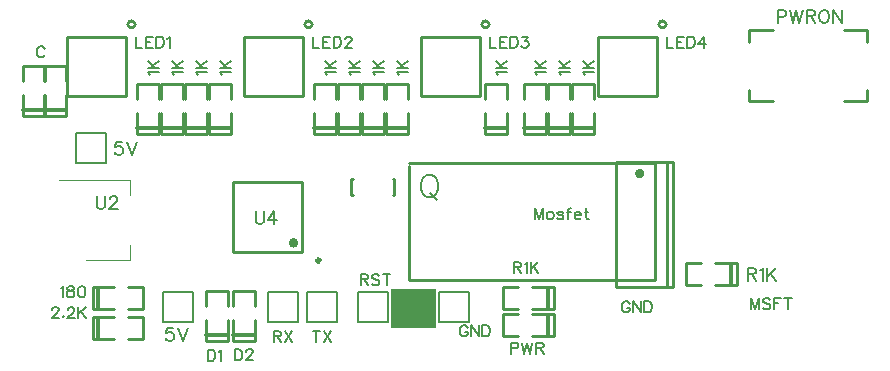
<source format=gto>
G04 ---------------------------- Layer name :TOP SILK LAYER*
G04 EasyEDA v5.5.11, Mon, 04 Jun 2018 22:37:14 GMT*
G04 4e3370736bcd402486d42fd13c25843b*
G04 Gerber Generator version 0.2*
G04 Scale: 100 percent, Rotated: No, Reflected: No *
G04 Dimensions in millimeters *
G04 leading zeros omitted , absolute positions ,3 integer and 3 decimal *
%FSLAX33Y33*%
%MOMM*%
G90*
G71D02*

%ADD10C,0.254000*%
%ADD11C,0.399999*%
%ADD14C,0.177800*%
%ADD15C,0.203200*%
%ADD16C,0.178003*%
%ADD35C,0.299999*%
%ADD37C,0.119990*%
%ADD38C,0.249999*%
%ADD39C,0.330200*%
%ADD40C,0.202999*%

%LPD*%
G54D10*
G01X37338Y19304D02*
G01X58166Y19304D01*
G01X58166Y9398D01*
G01X37338Y9398D01*
G01X37338Y19050D01*
G54D37*
G01X9984Y11066D02*
G01X13746Y11066D01*
G01X13746Y12329D01*
G01X7736Y17889D02*
G01X13746Y17889D01*
G01X13746Y16626D01*
G54D10*
G01X35991Y17932D02*
G01X36093Y17932D01*
G01X36093Y16611D01*
G01X35991Y16611D01*
G01X32588Y16611D02*
G01X32435Y16611D01*
G01X32435Y17932D01*
G01X32588Y17932D01*
G01X68171Y24521D02*
G01X66169Y24521D01*
G01X66169Y25521D01*
G01X74170Y30520D02*
G01X76169Y30520D01*
G01X76169Y29519D01*
G01X66169Y29519D02*
G01X66169Y30520D01*
G01X68171Y30520D01*
G01X76169Y25521D02*
G01X76169Y24521D01*
G01X74170Y24521D01*
G54D38*
G01X58379Y29931D02*
G01X58379Y24932D01*
G01X58379Y24932D02*
G01X53380Y24932D01*
G01X53380Y29931D02*
G01X53380Y24932D01*
G01X58379Y29933D02*
G01X53380Y29933D01*
G01X43395Y29931D02*
G01X43395Y24932D01*
G01X43395Y24932D02*
G01X38394Y24932D01*
G01X38394Y29931D02*
G01X38394Y24932D01*
G01X43395Y29933D02*
G01X38394Y29933D01*
G01X28407Y29931D02*
G01X28407Y24932D01*
G01X28407Y24932D02*
G01X23408Y24932D01*
G01X23408Y29931D02*
G01X23408Y24932D01*
G01X28407Y29933D02*
G01X23408Y29933D01*
G01X13423Y29931D02*
G01X13423Y24932D01*
G01X13423Y24932D02*
G01X8422Y24932D01*
G01X8422Y29931D02*
G01X8422Y24932D01*
G01X13423Y29933D02*
G01X8422Y29933D01*
G54D39*
G01X64637Y10779D02*
G01X64637Y9032D01*
G54D10*
G01X63312Y10833D02*
G01X65112Y10833D01*
G01X65112Y8978D01*
G01X62113Y10833D02*
G01X60838Y10833D01*
G01X60838Y8978D01*
G01X60838Y8978D02*
G01X62113Y8978D01*
G01X63312Y8978D02*
G01X65112Y8978D01*
G54D39*
G01X11054Y7000D02*
G01X11054Y8747D01*
G54D10*
G01X12379Y6946D02*
G01X10579Y6946D01*
G01X10579Y8801D01*
G01X13578Y6946D02*
G01X14853Y6946D01*
G01X14853Y8801D01*
G01X14853Y8801D02*
G01X13578Y8801D01*
G01X12379Y8801D02*
G01X10579Y8801D01*
G54D39*
G01X11054Y4460D02*
G01X11054Y6207D01*
G54D10*
G01X12379Y4406D02*
G01X10579Y4406D01*
G01X10579Y6261D01*
G01X13578Y4406D02*
G01X14853Y4406D01*
G01X14853Y6261D01*
G01X14853Y6261D02*
G01X13578Y6261D01*
G01X12379Y6261D02*
G01X10579Y6261D01*
G01X59695Y19397D02*
G01X59695Y8796D01*
G01X54897Y8796D01*
G01X54897Y19397D01*
G01X59695Y19397D01*
G01X59197Y8796D02*
G01X59197Y19397D01*
G01X22451Y11783D02*
G01X28348Y11783D01*
G01X28348Y17680D01*
G01X22451Y17680D01*
G01X22451Y11783D01*
G54D15*
G01X27940Y5842D02*
G01X25400Y5842D01*
G01X25400Y8382D01*
G01X27940Y8382D01*
G01X27940Y6477D01*
G54D40*
G01X27940Y5842D02*
G01X27940Y6477D01*
G54D15*
G01X31242Y5842D02*
G01X28702Y5842D01*
G01X28702Y8382D01*
G01X31242Y8382D01*
G01X31242Y6477D01*
G54D40*
G01X31242Y5842D02*
G01X31242Y6477D01*
G54D15*
G01X35560Y5842D02*
G01X33020Y5842D01*
G01X33020Y8382D01*
G01X35560Y8382D01*
G01X35560Y6477D01*
G54D40*
G01X35560Y5842D02*
G01X35560Y6477D01*
G54D15*
G01X42418Y5842D02*
G01X39878Y5842D01*
G01X39878Y8382D01*
G01X42418Y8382D01*
G01X42418Y6477D01*
G54D40*
G01X42418Y5842D02*
G01X42418Y6477D01*
G54D15*
G01X19050Y5842D02*
G01X16510Y5842D01*
G01X16510Y8382D01*
G01X19050Y8382D01*
G01X19050Y6477D01*
G54D40*
G01X19050Y5842D02*
G01X19050Y6477D01*
G54D39*
G01X16113Y22230D02*
G01X14366Y22230D01*
G54D10*
G01X16167Y23555D02*
G01X16167Y21755D01*
G01X14312Y21755D01*
G01X16167Y24754D02*
G01X16167Y26029D01*
G01X14312Y26029D01*
G01X14312Y26029D02*
G01X14312Y24754D01*
G01X14312Y23555D02*
G01X14312Y21755D01*
G54D39*
G01X18145Y22230D02*
G01X16398Y22230D01*
G54D10*
G01X18199Y23555D02*
G01X18199Y21755D01*
G01X16344Y21755D01*
G01X18199Y24754D02*
G01X18199Y26029D01*
G01X16344Y26029D01*
G01X16344Y26029D02*
G01X16344Y24754D01*
G01X16344Y23555D02*
G01X16344Y21755D01*
G54D39*
G01X20177Y22230D02*
G01X18430Y22230D01*
G54D10*
G01X20231Y23555D02*
G01X20231Y21755D01*
G01X18376Y21755D01*
G01X20231Y24754D02*
G01X20231Y26029D01*
G01X18376Y26029D01*
G01X18376Y26029D02*
G01X18376Y24754D01*
G01X18376Y23555D02*
G01X18376Y21755D01*
G54D39*
G01X22209Y22230D02*
G01X20462Y22230D01*
G54D10*
G01X22263Y23555D02*
G01X22263Y21755D01*
G01X20408Y21755D01*
G01X22263Y24754D02*
G01X22263Y26029D01*
G01X20408Y26029D01*
G01X20408Y26029D02*
G01X20408Y24754D01*
G01X20408Y23555D02*
G01X20408Y21755D01*
G54D39*
G01X49143Y6461D02*
G01X49143Y4714D01*
G54D10*
G01X47818Y6515D02*
G01X49618Y6515D01*
G01X49618Y4660D01*
G01X46619Y6515D02*
G01X45344Y6515D01*
G01X45344Y4660D01*
G01X45344Y4660D02*
G01X46619Y4660D01*
G01X47818Y4660D02*
G01X49618Y4660D01*
G54D39*
G01X49143Y8747D02*
G01X49143Y7000D01*
G54D10*
G01X47818Y8801D02*
G01X49618Y8801D01*
G01X49618Y6946D01*
G01X46619Y8801D02*
G01X45344Y8801D01*
G01X45344Y6946D01*
G01X45344Y6946D02*
G01X46619Y6946D01*
G01X47818Y6946D02*
G01X49618Y6946D01*
G54D39*
G01X31099Y22230D02*
G01X29352Y22230D01*
G54D10*
G01X31153Y23555D02*
G01X31153Y21755D01*
G01X29298Y21755D01*
G01X31153Y24754D02*
G01X31153Y26029D01*
G01X29298Y26029D01*
G01X29298Y26029D02*
G01X29298Y24754D01*
G01X29298Y23555D02*
G01X29298Y21755D01*
G54D39*
G01X33131Y22230D02*
G01X31384Y22230D01*
G54D10*
G01X33185Y23555D02*
G01X33185Y21755D01*
G01X31330Y21755D01*
G01X33185Y24754D02*
G01X33185Y26029D01*
G01X31330Y26029D01*
G01X31330Y26029D02*
G01X31330Y24754D01*
G01X31330Y23555D02*
G01X31330Y21755D01*
G54D39*
G01X35163Y22230D02*
G01X33416Y22230D01*
G54D10*
G01X35217Y23555D02*
G01X35217Y21755D01*
G01X33362Y21755D01*
G01X35217Y24754D02*
G01X35217Y26029D01*
G01X33362Y26029D01*
G01X33362Y26029D02*
G01X33362Y24754D01*
G01X33362Y23555D02*
G01X33362Y21755D01*
G54D39*
G01X37195Y22230D02*
G01X35448Y22230D01*
G54D10*
G01X37249Y23555D02*
G01X37249Y21755D01*
G01X35394Y21755D01*
G01X37249Y24754D02*
G01X37249Y26029D01*
G01X35394Y26029D01*
G01X35394Y26029D02*
G01X35394Y24754D01*
G01X35394Y23555D02*
G01X35394Y21755D01*
G54D39*
G01X45577Y22230D02*
G01X43830Y22230D01*
G54D10*
G01X45631Y23555D02*
G01X45631Y21755D01*
G01X43776Y21755D01*
G01X45631Y24754D02*
G01X45631Y26029D01*
G01X43776Y26029D01*
G01X43776Y26029D02*
G01X43776Y24754D01*
G01X43776Y23555D02*
G01X43776Y21755D01*
G54D39*
G01X48879Y22230D02*
G01X47132Y22230D01*
G54D10*
G01X48933Y23555D02*
G01X48933Y21755D01*
G01X47078Y21755D01*
G01X48933Y24754D02*
G01X48933Y26029D01*
G01X47078Y26029D01*
G01X47078Y26029D02*
G01X47078Y24754D01*
G01X47078Y23555D02*
G01X47078Y21755D01*
G54D39*
G01X50911Y22230D02*
G01X49164Y22230D01*
G54D10*
G01X50965Y23555D02*
G01X50965Y21755D01*
G01X49110Y21755D01*
G01X50965Y24754D02*
G01X50965Y26029D01*
G01X49110Y26029D01*
G01X49110Y26029D02*
G01X49110Y24754D01*
G01X49110Y23555D02*
G01X49110Y21755D01*
G54D39*
G01X52943Y22230D02*
G01X51196Y22230D01*
G54D10*
G01X52997Y23555D02*
G01X52997Y21755D01*
G01X51142Y21755D01*
G01X52997Y24754D02*
G01X52997Y26029D01*
G01X51142Y26029D01*
G01X51142Y26029D02*
G01X51142Y24754D01*
G01X51142Y23555D02*
G01X51142Y21755D01*
G54D39*
G01X6461Y23754D02*
G01X4714Y23754D01*
G54D10*
G01X6515Y25079D02*
G01X6515Y23279D01*
G01X4660Y23279D01*
G01X6515Y26278D02*
G01X6515Y27553D01*
G01X4660Y27553D01*
G01X4660Y27553D02*
G01X4660Y26278D01*
G01X4660Y25079D02*
G01X4660Y23279D01*
G54D39*
G01X8239Y23751D02*
G01X6492Y23751D01*
G54D10*
G01X8293Y25077D02*
G01X8293Y23276D01*
G01X6438Y23276D01*
G01X8293Y26276D02*
G01X8293Y27551D01*
G01X6438Y27551D01*
G01X6438Y27551D02*
G01X6438Y26276D01*
G01X6438Y25077D02*
G01X6438Y23276D01*
G54D39*
G01X24244Y4701D02*
G01X22496Y4701D01*
G54D10*
G01X24297Y6027D02*
G01X24297Y4226D01*
G01X22443Y4226D01*
G01X24297Y7226D02*
G01X24297Y8501D01*
G01X22443Y8501D01*
G01X22443Y8501D02*
G01X22443Y7226D01*
G01X22443Y6027D02*
G01X22443Y4226D01*
G54D39*
G01X21955Y4701D02*
G01X20208Y4701D01*
G54D10*
G01X22009Y6027D02*
G01X22009Y4226D01*
G01X20154Y4226D01*
G01X22009Y7226D02*
G01X22009Y8501D01*
G01X20154Y8501D01*
G01X20154Y8501D02*
G01X20154Y7226D01*
G01X20154Y6027D02*
G01X20154Y4226D01*
G54D15*
G01X11684Y19304D02*
G01X9144Y19304D01*
G01X9144Y21844D01*
G01X11684Y21844D01*
G01X11684Y19939D01*
G54D40*
G01X11684Y19304D02*
G01X11684Y19939D01*
G54D14*
G01X13068Y21082D02*
G01X12550Y21082D01*
G01X12496Y20614D01*
G01X12550Y20667D01*
G01X12705Y20718D01*
G01X12862Y20718D01*
G01X13017Y20667D01*
G01X13121Y20563D01*
G01X13172Y20408D01*
G01X13172Y20304D01*
G01X13121Y20147D01*
G01X13017Y20043D01*
G01X12862Y19992D01*
G01X12705Y19992D01*
G01X12550Y20043D01*
G01X12496Y20096D01*
G01X12446Y20200D01*
G01X13515Y21082D02*
G01X13931Y19992D01*
G01X14348Y21082D02*
G01X13931Y19992D01*
G54D16*
G01X56052Y7391D02*
G01X56009Y7482D01*
G01X55918Y7574D01*
G01X55826Y7620D01*
G01X55643Y7620D01*
G01X55554Y7574D01*
G01X55463Y7482D01*
G01X55417Y7391D01*
G01X55372Y7256D01*
G01X55372Y7028D01*
G01X55417Y6891D01*
G01X55463Y6802D01*
G01X55554Y6710D01*
G01X55643Y6664D01*
G01X55826Y6664D01*
G01X55918Y6710D01*
G01X56009Y6802D01*
G01X56052Y6891D01*
G01X56052Y7028D01*
G01X55826Y7028D02*
G01X56052Y7028D01*
G01X56354Y7620D02*
G01X56354Y6664D01*
G01X56354Y7620D02*
G01X56989Y6664D01*
G01X56989Y7620D02*
G01X56989Y6664D01*
G01X57289Y7620D02*
G01X57289Y6664D01*
G01X57289Y7620D02*
G01X57607Y7620D01*
G01X57744Y7574D01*
G01X57835Y7482D01*
G01X57881Y7391D01*
G01X57927Y7256D01*
G01X57927Y7028D01*
G01X57881Y6891D01*
G01X57835Y6802D01*
G01X57744Y6710D01*
G01X57607Y6664D01*
G01X57289Y6664D01*
G01X66294Y7874D02*
G01X66294Y6918D01*
G01X66294Y7874D02*
G01X66657Y6918D01*
G01X67020Y7874D02*
G01X66657Y6918D01*
G01X67020Y7874D02*
G01X67020Y6918D01*
G01X67957Y7736D02*
G01X67866Y7828D01*
G01X67729Y7874D01*
G01X67548Y7874D01*
G01X67411Y7828D01*
G01X67320Y7736D01*
G01X67320Y7645D01*
G01X67365Y7553D01*
G01X67411Y7510D01*
G01X67503Y7465D01*
G01X67774Y7373D01*
G01X67866Y7327D01*
G01X67911Y7282D01*
G01X67957Y7190D01*
G01X67957Y7056D01*
G01X67866Y6964D01*
G01X67729Y6918D01*
G01X67548Y6918D01*
G01X67411Y6964D01*
G01X67320Y7056D01*
G01X68257Y7874D02*
G01X68257Y6918D01*
G01X68257Y7874D02*
G01X68849Y7874D01*
G01X68257Y7419D02*
G01X68620Y7419D01*
G01X69466Y7874D02*
G01X69466Y6918D01*
G01X69148Y7874D02*
G01X69783Y7874D01*
G54D14*
G01X68580Y32257D02*
G01X68580Y31168D01*
G01X68580Y32257D02*
G01X69047Y32257D01*
G01X69202Y32207D01*
G01X69255Y32156D01*
G01X69306Y32052D01*
G01X69306Y31894D01*
G01X69255Y31790D01*
G01X69202Y31739D01*
G01X69047Y31686D01*
G01X68580Y31686D01*
G01X69649Y32257D02*
G01X69910Y31168D01*
G01X70170Y32257D02*
G01X69910Y31168D01*
G01X70170Y32257D02*
G01X70429Y31168D01*
G01X70688Y32257D02*
G01X70429Y31168D01*
G01X71031Y32257D02*
G01X71031Y31168D01*
G01X71031Y32257D02*
G01X71501Y32257D01*
G01X71655Y32207D01*
G01X71706Y32156D01*
G01X71760Y32052D01*
G01X71760Y31948D01*
G01X71706Y31843D01*
G01X71655Y31790D01*
G01X71501Y31739D01*
G01X71031Y31739D01*
G01X71396Y31739D02*
G01X71760Y31168D01*
G01X72415Y32257D02*
G01X72311Y32207D01*
G01X72207Y32103D01*
G01X72153Y31998D01*
G01X72102Y31843D01*
G01X72102Y31584D01*
G01X72153Y31427D01*
G01X72207Y31323D01*
G01X72311Y31219D01*
G01X72415Y31168D01*
G01X72621Y31168D01*
G01X72725Y31219D01*
G01X72829Y31323D01*
G01X72882Y31427D01*
G01X72933Y31584D01*
G01X72933Y31843D01*
G01X72882Y31998D01*
G01X72829Y32103D01*
G01X72725Y32207D01*
G01X72621Y32257D01*
G01X72415Y32257D01*
G01X73276Y32257D02*
G01X73276Y31168D01*
G01X73276Y32257D02*
G01X74002Y31168D01*
G01X74002Y32257D02*
G01X74002Y31168D01*
G01X10922Y16510D02*
G01X10922Y15732D01*
G01X10972Y15575D01*
G01X11076Y15471D01*
G01X11234Y15420D01*
G01X11338Y15420D01*
G01X11493Y15471D01*
G01X11597Y15575D01*
G01X11648Y15732D01*
G01X11648Y16510D01*
G01X12044Y16250D02*
G01X12044Y16304D01*
G01X12095Y16408D01*
G01X12148Y16459D01*
G01X12252Y16510D01*
G01X12458Y16510D01*
G01X12562Y16459D01*
G01X12616Y16408D01*
G01X12666Y16304D01*
G01X12666Y16200D01*
G01X12616Y16095D01*
G01X12512Y15938D01*
G01X11991Y15420D01*
G01X12720Y15420D01*
G01X38900Y18287D02*
G01X38717Y18199D01*
G01X38536Y18016D01*
G01X38445Y17835D01*
G01X38354Y17561D01*
G01X38354Y17106D01*
G01X38445Y16835D01*
G01X38536Y16652D01*
G01X38717Y16471D01*
G01X38900Y16380D01*
G01X39263Y16380D01*
G01X39443Y16471D01*
G01X39626Y16652D01*
G01X39717Y16835D01*
G01X39809Y17106D01*
G01X39809Y17561D01*
G01X39717Y17835D01*
G01X39626Y18016D01*
G01X39443Y18199D01*
G01X39263Y18287D01*
G01X38900Y18287D01*
G01X39171Y16743D02*
G01X39717Y16197D01*
G01X59182Y30010D02*
G01X59182Y29055D01*
G01X59182Y29055D02*
G01X59728Y29055D01*
G01X60027Y30010D02*
G01X60027Y29055D01*
G01X60027Y30010D02*
G01X60617Y30010D01*
G01X60027Y29555D02*
G01X60391Y29555D01*
G01X60027Y29055D02*
G01X60617Y29055D01*
G01X60919Y30010D02*
G01X60919Y29055D01*
G01X60919Y30010D02*
G01X61236Y30010D01*
G01X61374Y29964D01*
G01X61462Y29872D01*
G01X61508Y29781D01*
G01X61554Y29646D01*
G01X61554Y29418D01*
G01X61508Y29281D01*
G01X61462Y29192D01*
G01X61374Y29100D01*
G01X61236Y29055D01*
G01X60919Y29055D01*
G01X62308Y30010D02*
G01X61854Y29372D01*
G01X62537Y29372D01*
G01X62308Y30010D02*
G01X62308Y29055D01*
G01X44196Y30010D02*
G01X44196Y29055D01*
G01X44196Y29055D02*
G01X44742Y29055D01*
G01X45041Y30010D02*
G01X45041Y29055D01*
G01X45041Y30010D02*
G01X45631Y30010D01*
G01X45041Y29555D02*
G01X45405Y29555D01*
G01X45041Y29055D02*
G01X45631Y29055D01*
G01X45933Y30010D02*
G01X45933Y29055D01*
G01X45933Y30010D02*
G01X46250Y30010D01*
G01X46388Y29964D01*
G01X46476Y29872D01*
G01X46522Y29781D01*
G01X46568Y29646D01*
G01X46568Y29418D01*
G01X46522Y29281D01*
G01X46476Y29192D01*
G01X46388Y29100D01*
G01X46250Y29055D01*
G01X45933Y29055D01*
G01X46959Y30010D02*
G01X47459Y30010D01*
G01X47188Y29646D01*
G01X47322Y29646D01*
G01X47414Y29601D01*
G01X47459Y29555D01*
G01X47505Y29418D01*
G01X47505Y29326D01*
G01X47459Y29192D01*
G01X47368Y29100D01*
G01X47231Y29055D01*
G01X47096Y29055D01*
G01X46959Y29100D01*
G01X46913Y29146D01*
G01X46868Y29237D01*
G01X29237Y30010D02*
G01X29237Y29055D01*
G01X29237Y29055D02*
G01X29784Y29055D01*
G01X30083Y30010D02*
G01X30083Y29055D01*
G01X30083Y30010D02*
G01X30673Y30010D01*
G01X30083Y29555D02*
G01X30446Y29555D01*
G01X30083Y29055D02*
G01X30673Y29055D01*
G01X30975Y30010D02*
G01X30975Y29055D01*
G01X30975Y30010D02*
G01X31292Y30010D01*
G01X31429Y29964D01*
G01X31518Y29872D01*
G01X31564Y29781D01*
G01X31610Y29646D01*
G01X31610Y29418D01*
G01X31564Y29281D01*
G01X31518Y29192D01*
G01X31429Y29100D01*
G01X31292Y29055D01*
G01X30975Y29055D01*
G01X31955Y29781D02*
G01X31955Y29827D01*
G01X32001Y29918D01*
G01X32047Y29964D01*
G01X32138Y30010D01*
G01X32318Y30010D01*
G01X32410Y29964D01*
G01X32456Y29918D01*
G01X32501Y29827D01*
G01X32501Y29735D01*
G01X32456Y29646D01*
G01X32364Y29509D01*
G01X31910Y29055D01*
G01X32547Y29055D01*
G01X14224Y30010D02*
G01X14224Y29055D01*
G01X14224Y29055D02*
G01X14770Y29055D01*
G01X15069Y30010D02*
G01X15069Y29055D01*
G01X15069Y30010D02*
G01X15659Y30010D01*
G01X15069Y29555D02*
G01X15433Y29555D01*
G01X15069Y29055D02*
G01X15659Y29055D01*
G01X15961Y30010D02*
G01X15961Y29055D01*
G01X15961Y30010D02*
G01X16278Y30010D01*
G01X16416Y29964D01*
G01X16504Y29872D01*
G01X16550Y29781D01*
G01X16596Y29646D01*
G01X16596Y29418D01*
G01X16550Y29281D01*
G01X16504Y29192D01*
G01X16416Y29100D01*
G01X16278Y29055D01*
G01X15961Y29055D01*
G01X16896Y29827D02*
G01X16987Y29872D01*
G01X17124Y30010D01*
G01X17124Y29055D01*
G01X66039Y10414D02*
G01X66039Y9324D01*
G01X66039Y10414D02*
G01X66507Y10414D01*
G01X66662Y10363D01*
G01X66715Y10312D01*
G01X66766Y10208D01*
G01X66766Y10104D01*
G01X66715Y10000D01*
G01X66662Y9946D01*
G01X66507Y9895D01*
G01X66039Y9895D01*
G01X66403Y9895D02*
G01X66766Y9324D01*
G01X67109Y10208D02*
G01X67213Y10259D01*
G01X67370Y10414D01*
G01X67370Y9324D01*
G01X67713Y10414D02*
G01X67713Y9324D01*
G01X68440Y10414D02*
G01X67713Y9687D01*
G01X67972Y9946D02*
G01X68440Y9324D01*
G01X7874Y8707D02*
G01X7965Y8752D01*
G01X8100Y8890D01*
G01X8100Y7934D01*
G01X8628Y8890D02*
G01X8491Y8844D01*
G01X8445Y8752D01*
G01X8445Y8661D01*
G01X8491Y8569D01*
G01X8582Y8526D01*
G01X8765Y8481D01*
G01X8900Y8435D01*
G01X8991Y8343D01*
G01X9037Y8252D01*
G01X9037Y8117D01*
G01X8991Y8026D01*
G01X8945Y7980D01*
G01X8811Y7934D01*
G01X8628Y7934D01*
G01X8491Y7980D01*
G01X8445Y8026D01*
G01X8402Y8117D01*
G01X8402Y8252D01*
G01X8445Y8343D01*
G01X8536Y8435D01*
G01X8674Y8481D01*
G01X8856Y8526D01*
G01X8945Y8569D01*
G01X8991Y8661D01*
G01X8991Y8752D01*
G01X8945Y8844D01*
G01X8811Y8890D01*
G01X8628Y8890D01*
G01X9611Y8890D02*
G01X9474Y8844D01*
G01X9382Y8707D01*
G01X9337Y8481D01*
G01X9337Y8343D01*
G01X9382Y8117D01*
G01X9474Y7980D01*
G01X9611Y7934D01*
G01X9700Y7934D01*
G01X9837Y7980D01*
G01X9928Y8117D01*
G01X9974Y8343D01*
G01X9974Y8481D01*
G01X9928Y8707D01*
G01X9837Y8844D01*
G01X9700Y8890D01*
G01X9611Y8890D01*
G01X7157Y6883D02*
G01X7157Y6929D01*
G01X7203Y7020D01*
G01X7249Y7066D01*
G01X7338Y7112D01*
G01X7520Y7112D01*
G01X7612Y7066D01*
G01X7658Y7020D01*
G01X7703Y6929D01*
G01X7703Y6837D01*
G01X7658Y6748D01*
G01X7566Y6611D01*
G01X7112Y6156D01*
G01X7749Y6156D01*
G01X8094Y6383D02*
G01X8049Y6339D01*
G01X8094Y6294D01*
G01X8138Y6339D01*
G01X8094Y6383D01*
G01X8483Y6883D02*
G01X8483Y6929D01*
G01X8529Y7020D01*
G01X8575Y7066D01*
G01X8666Y7112D01*
G01X8849Y7112D01*
G01X8938Y7066D01*
G01X8983Y7020D01*
G01X9029Y6929D01*
G01X9029Y6837D01*
G01X8983Y6748D01*
G01X8895Y6611D01*
G01X8440Y6156D01*
G01X9075Y6156D01*
G01X9375Y7112D02*
G01X9375Y6156D01*
G01X10012Y7112D02*
G01X9375Y6474D01*
G01X9603Y6703D02*
G01X10012Y6156D01*
G01X48006Y15494D02*
G01X48006Y14538D01*
G01X48006Y15494D02*
G01X48369Y14538D01*
G01X48732Y15494D02*
G01X48369Y14538D01*
G01X48732Y15494D02*
G01X48732Y14538D01*
G01X49260Y15173D02*
G01X49169Y15130D01*
G01X49077Y15039D01*
G01X49032Y14902D01*
G01X49032Y14810D01*
G01X49077Y14676D01*
G01X49169Y14584D01*
G01X49260Y14538D01*
G01X49397Y14538D01*
G01X49486Y14584D01*
G01X49578Y14676D01*
G01X49623Y14810D01*
G01X49623Y14902D01*
G01X49578Y15039D01*
G01X49486Y15130D01*
G01X49397Y15173D01*
G01X49260Y15173D01*
G01X50424Y15039D02*
G01X50378Y15130D01*
G01X50241Y15173D01*
G01X50106Y15173D01*
G01X49969Y15130D01*
G01X49923Y15039D01*
G01X49969Y14947D01*
G01X50060Y14902D01*
G01X50286Y14856D01*
G01X50378Y14810D01*
G01X50424Y14721D01*
G01X50424Y14676D01*
G01X50378Y14584D01*
G01X50241Y14538D01*
G01X50106Y14538D01*
G01X49969Y14584D01*
G01X49923Y14676D01*
G01X51087Y15494D02*
G01X50998Y15494D01*
G01X50906Y15448D01*
G01X50860Y15311D01*
G01X50860Y14538D01*
G01X50723Y15173D02*
G01X51041Y15173D01*
G01X51386Y14902D02*
G01X51932Y14902D01*
G01X51932Y14993D01*
G01X51887Y15085D01*
G01X51841Y15130D01*
G01X51752Y15173D01*
G01X51615Y15173D01*
G01X51523Y15130D01*
G01X51432Y15039D01*
G01X51386Y14902D01*
G01X51386Y14810D01*
G01X51432Y14676D01*
G01X51523Y14584D01*
G01X51615Y14538D01*
G01X51752Y14538D01*
G01X51841Y14584D01*
G01X51932Y14676D01*
G01X52369Y15494D02*
G01X52369Y14721D01*
G01X52415Y14584D01*
G01X52506Y14538D01*
G01X52595Y14538D01*
G01X52232Y15173D02*
G01X52552Y15173D01*
G01X24384Y15240D02*
G01X24384Y14462D01*
G01X24434Y14305D01*
G01X24538Y14201D01*
G01X24696Y14150D01*
G01X24800Y14150D01*
G01X24955Y14201D01*
G01X25059Y14305D01*
G01X25110Y14462D01*
G01X25110Y15240D01*
G01X25974Y15240D02*
G01X25453Y14513D01*
G01X26233Y14513D01*
G01X25974Y15240D02*
G01X25974Y14150D01*
G01X25908Y5080D02*
G01X25908Y4124D01*
G01X25908Y5080D02*
G01X26316Y5080D01*
G01X26454Y5034D01*
G01X26499Y4988D01*
G01X26545Y4897D01*
G01X26545Y4805D01*
G01X26499Y4716D01*
G01X26454Y4671D01*
G01X26316Y4625D01*
G01X25908Y4625D01*
G01X26225Y4625D02*
G01X26545Y4124D01*
G01X26845Y5080D02*
G01X27480Y4124D01*
G01X27480Y5080D02*
G01X26845Y4124D01*
G01X29527Y5080D02*
G01X29527Y4124D01*
G01X29210Y5080D02*
G01X29847Y5080D01*
G01X30147Y5080D02*
G01X30782Y4124D01*
G01X30782Y5080D02*
G01X30147Y4124D01*
G01X33274Y9906D02*
G01X33274Y8950D01*
G01X33274Y9906D02*
G01X33682Y9906D01*
G01X33820Y9860D01*
G01X33865Y9814D01*
G01X33911Y9723D01*
G01X33911Y9631D01*
G01X33865Y9542D01*
G01X33820Y9497D01*
G01X33682Y9451D01*
G01X33274Y9451D01*
G01X33591Y9451D02*
G01X33911Y8950D01*
G01X34846Y9768D02*
G01X34754Y9860D01*
G01X34620Y9906D01*
G01X34437Y9906D01*
G01X34300Y9860D01*
G01X34211Y9768D01*
G01X34211Y9677D01*
G01X34256Y9585D01*
G01X34300Y9542D01*
G01X34391Y9497D01*
G01X34665Y9405D01*
G01X34754Y9359D01*
G01X34800Y9314D01*
G01X34846Y9222D01*
G01X34846Y9088D01*
G01X34754Y8996D01*
G01X34620Y8950D01*
G01X34437Y8950D01*
G01X34300Y8996D01*
G01X34211Y9088D01*
G01X35466Y9906D02*
G01X35466Y8950D01*
G01X35145Y9906D02*
G01X35783Y9906D01*
G01X42336Y5359D02*
G01X42293Y5450D01*
G01X42202Y5542D01*
G01X42110Y5588D01*
G01X41927Y5588D01*
G01X41838Y5542D01*
G01X41747Y5450D01*
G01X41701Y5359D01*
G01X41656Y5224D01*
G01X41656Y4996D01*
G01X41701Y4859D01*
G01X41747Y4770D01*
G01X41838Y4678D01*
G01X41927Y4632D01*
G01X42110Y4632D01*
G01X42202Y4678D01*
G01X42293Y4770D01*
G01X42336Y4859D01*
G01X42336Y4996D01*
G01X42110Y4996D02*
G01X42336Y4996D01*
G01X42638Y5588D02*
G01X42638Y4632D01*
G01X42638Y5588D02*
G01X43273Y4632D01*
G01X43273Y5588D02*
G01X43273Y4632D01*
G01X43573Y5588D02*
G01X43573Y4632D01*
G01X43573Y5588D02*
G01X43891Y5588D01*
G01X44028Y5542D01*
G01X44119Y5450D01*
G01X44165Y5359D01*
G01X44211Y5224D01*
G01X44211Y4996D01*
G01X44165Y4859D01*
G01X44119Y4770D01*
G01X44028Y4678D01*
G01X43891Y4632D01*
G01X43573Y4632D01*
G01X17386Y5334D02*
G01X16868Y5334D01*
G01X16814Y4866D01*
G01X16868Y4919D01*
G01X17023Y4970D01*
G01X17180Y4970D01*
G01X17335Y4919D01*
G01X17439Y4815D01*
G01X17490Y4660D01*
G01X17490Y4556D01*
G01X17439Y4399D01*
G01X17335Y4295D01*
G01X17180Y4244D01*
G01X17023Y4244D01*
G01X16868Y4295D01*
G01X16814Y4348D01*
G01X16764Y4452D01*
G01X17833Y5334D02*
G01X18249Y4244D01*
G01X18666Y5334D02*
G01X18249Y4244D01*
G01X15422Y26776D02*
G01X15377Y26868D01*
G01X15240Y27002D01*
G01X16195Y27002D01*
G01X15240Y27304D02*
G01X16195Y27304D01*
G01X15240Y27939D02*
G01X15877Y27304D01*
G01X15648Y27531D02*
G01X16195Y27939D01*
G01X17454Y26776D02*
G01X17409Y26868D01*
G01X17271Y27002D01*
G01X18227Y27002D01*
G01X17271Y27304D02*
G01X18227Y27304D01*
G01X17271Y27939D02*
G01X17909Y27304D01*
G01X17680Y27531D02*
G01X18227Y27939D01*
G01X19486Y26776D02*
G01X19441Y26868D01*
G01X19303Y27002D01*
G01X20259Y27002D01*
G01X19303Y27304D02*
G01X20259Y27304D01*
G01X19303Y27939D02*
G01X19941Y27304D01*
G01X19712Y27531D02*
G01X20259Y27939D01*
G01X21518Y26776D02*
G01X21473Y26868D01*
G01X21335Y27002D01*
G01X22291Y27002D01*
G01X21335Y27304D02*
G01X22291Y27304D01*
G01X21335Y27939D02*
G01X21973Y27304D01*
G01X21744Y27531D02*
G01X22291Y27939D01*
G01X45974Y4102D02*
G01X45974Y3147D01*
G01X45974Y4102D02*
G01X46382Y4102D01*
G01X46520Y4056D01*
G01X46565Y4010D01*
G01X46611Y3919D01*
G01X46611Y3782D01*
G01X46565Y3693D01*
G01X46520Y3647D01*
G01X46382Y3601D01*
G01X45974Y3601D01*
G01X46911Y4102D02*
G01X47137Y3147D01*
G01X47365Y4102D02*
G01X47137Y3147D01*
G01X47365Y4102D02*
G01X47591Y3147D01*
G01X47820Y4102D02*
G01X47591Y3147D01*
G01X48120Y4102D02*
G01X48120Y3147D01*
G01X48120Y4102D02*
G01X48529Y4102D01*
G01X48663Y4056D01*
G01X48709Y4010D01*
G01X48755Y3919D01*
G01X48755Y3827D01*
G01X48709Y3738D01*
G01X48663Y3693D01*
G01X48529Y3647D01*
G01X48120Y3647D01*
G01X48437Y3647D02*
G01X48755Y3147D01*
G01X46228Y10922D02*
G01X46228Y9966D01*
G01X46228Y10922D02*
G01X46636Y10922D01*
G01X46774Y10876D01*
G01X46819Y10830D01*
G01X46865Y10739D01*
G01X46865Y10647D01*
G01X46819Y10558D01*
G01X46774Y10513D01*
G01X46636Y10467D01*
G01X46228Y10467D01*
G01X46545Y10467D02*
G01X46865Y9966D01*
G01X47165Y10739D02*
G01X47254Y10784D01*
G01X47391Y10922D01*
G01X47391Y9966D01*
G01X47691Y10922D02*
G01X47691Y9966D01*
G01X48328Y10922D02*
G01X47691Y10284D01*
G01X47919Y10513D02*
G01X48328Y9966D01*
G01X30408Y26776D02*
G01X30363Y26868D01*
G01X30225Y27002D01*
G01X31181Y27002D01*
G01X30225Y27304D02*
G01X31181Y27304D01*
G01X30225Y27939D02*
G01X30863Y27304D01*
G01X30634Y27531D02*
G01X31181Y27939D01*
G01X32440Y26776D02*
G01X32395Y26868D01*
G01X32257Y27002D01*
G01X33213Y27002D01*
G01X32257Y27304D02*
G01X33213Y27304D01*
G01X32257Y27939D02*
G01X32895Y27304D01*
G01X32666Y27531D02*
G01X33213Y27939D01*
G01X34472Y26776D02*
G01X34427Y26868D01*
G01X34289Y27002D01*
G01X35245Y27002D01*
G01X34289Y27304D02*
G01X35245Y27304D01*
G01X34289Y27939D02*
G01X34927Y27304D01*
G01X34698Y27531D02*
G01X35245Y27939D01*
G01X36504Y26776D02*
G01X36459Y26868D01*
G01X36321Y27002D01*
G01X37277Y27002D01*
G01X36321Y27304D02*
G01X37277Y27304D01*
G01X36321Y27939D02*
G01X36959Y27304D01*
G01X36730Y27531D02*
G01X37277Y27939D01*
G01X44886Y26776D02*
G01X44841Y26868D01*
G01X44703Y27002D01*
G01X45659Y27002D01*
G01X44703Y27304D02*
G01X45659Y27304D01*
G01X44703Y27939D02*
G01X45341Y27304D01*
G01X45112Y27531D02*
G01X45659Y27939D01*
G01X48188Y26776D02*
G01X48143Y26868D01*
G01X48005Y27002D01*
G01X48961Y27002D01*
G01X48005Y27304D02*
G01X48961Y27304D01*
G01X48005Y27939D02*
G01X48643Y27304D01*
G01X48414Y27531D02*
G01X48961Y27939D01*
G01X50220Y26776D02*
G01X50175Y26868D01*
G01X50037Y27002D01*
G01X50993Y27002D01*
G01X50037Y27304D02*
G01X50993Y27304D01*
G01X50037Y27939D02*
G01X50675Y27304D01*
G01X50446Y27531D02*
G01X50993Y27939D01*
G01X52252Y26776D02*
G01X52207Y26868D01*
G01X52069Y27002D01*
G01X53025Y27002D01*
G01X52069Y27304D02*
G01X53025Y27304D01*
G01X52069Y27939D02*
G01X52707Y27304D01*
G01X52478Y27531D02*
G01X53025Y27939D01*
G01X6522Y28981D02*
G01X6479Y29072D01*
G01X6388Y29164D01*
G01X6296Y29210D01*
G01X6113Y29210D01*
G01X6024Y29164D01*
G01X5933Y29072D01*
G01X5887Y28981D01*
G01X5842Y28846D01*
G01X5842Y28618D01*
G01X5887Y28481D01*
G01X5933Y28392D01*
G01X6024Y28300D01*
G01X6113Y28254D01*
G01X6296Y28254D01*
G01X6388Y28300D01*
G01X6479Y28392D01*
G01X6522Y28481D01*
G01X6522Y28981D02*
G01X6479Y29072D01*
G01X6388Y29164D01*
G01X6296Y29210D01*
G01X6113Y29210D01*
G01X6024Y29164D01*
G01X5933Y29072D01*
G01X5887Y28981D01*
G01X5842Y28846D01*
G01X5842Y28618D01*
G01X5887Y28481D01*
G01X5933Y28392D01*
G01X6024Y28300D01*
G01X6113Y28254D01*
G01X6296Y28254D01*
G01X6388Y28300D01*
G01X6479Y28392D01*
G01X6522Y28481D01*
G01X22606Y3556D02*
G01X22606Y2600D01*
G01X22606Y3556D02*
G01X22923Y3556D01*
G01X23060Y3510D01*
G01X23152Y3418D01*
G01X23197Y3327D01*
G01X23243Y3192D01*
G01X23243Y2964D01*
G01X23197Y2827D01*
G01X23152Y2738D01*
G01X23060Y2646D01*
G01X22923Y2600D01*
G01X22606Y2600D01*
G01X23588Y3327D02*
G01X23588Y3373D01*
G01X23632Y3464D01*
G01X23677Y3510D01*
G01X23769Y3556D01*
G01X23952Y3556D01*
G01X24041Y3510D01*
G01X24086Y3464D01*
G01X24132Y3373D01*
G01X24132Y3281D01*
G01X24086Y3192D01*
G01X23997Y3055D01*
G01X23543Y2600D01*
G01X24178Y2600D01*
G01X20320Y3482D02*
G01X20320Y2527D01*
G01X20320Y3482D02*
G01X20637Y3482D01*
G01X20774Y3436D01*
G01X20866Y3345D01*
G01X20911Y3253D01*
G01X20957Y3119D01*
G01X20957Y2890D01*
G01X20911Y2753D01*
G01X20866Y2664D01*
G01X20774Y2573D01*
G01X20637Y2527D01*
G01X20320Y2527D01*
G01X21257Y3299D02*
G01X21346Y3345D01*
G01X21483Y3482D01*
G01X21483Y2527D01*
G54D11*
G75*
G01X57097Y18397D02*
G3X57097Y18395I-200J-1D01*
G01*
G54D35*
G75*
G01X29550Y11031D02*
G3X29550Y11034I150J1D01*
G01*
G54D11*
G75*
G01X27399Y12532D02*
G3X27399Y12535I200J1D01*
G01*
G54D10*
G75*
G01X59129Y31032D02*
G03X59129Y31032I-300J0D01*
G01*
G75*
G01X44143Y31032D02*
G03X44143Y31032I-300J0D01*
G01*
G75*
G01X29157Y31032D02*
G03X29157Y31032I-300J0D01*
G01*
G75*
G01X14171Y31032D02*
G03X14171Y31032I-300J0D01*
G01*
G36*
G01X35814Y8636D02*
G01X39624Y8636D01*
G01X39624Y5334D01*
G01X35814Y5334D01*
G01X35814Y8636D01*
G37*
M00*
M02*

</source>
